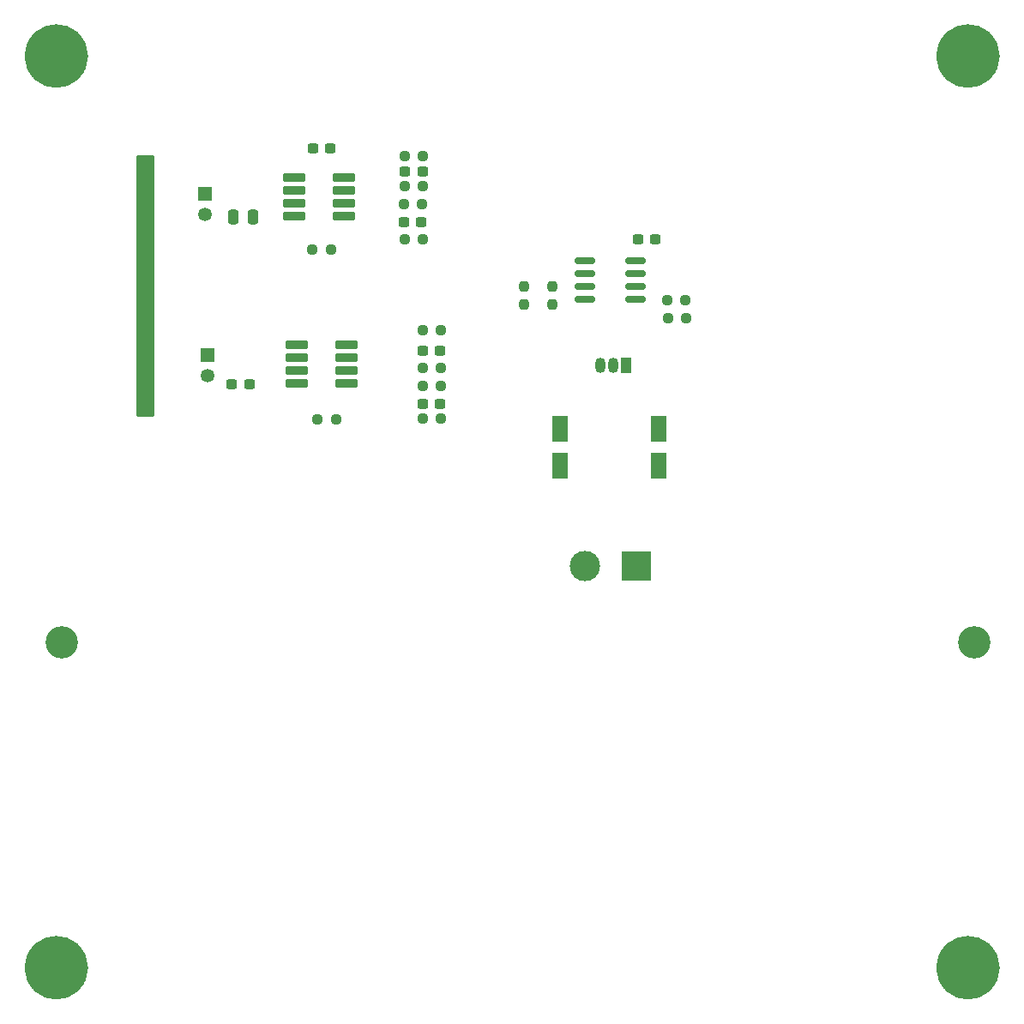
<source format=gbr>
%TF.GenerationSoftware,KiCad,Pcbnew,9.0.4*%
%TF.CreationDate,2025-09-08T12:57:20+12:00*%
%TF.ProjectId,doneIThink,646f6e65-4954-4686-996e-6b2e6b696361,rev?*%
%TF.SameCoordinates,Original*%
%TF.FileFunction,Soldermask,Top*%
%TF.FilePolarity,Negative*%
%FSLAX46Y46*%
G04 Gerber Fmt 4.6, Leading zero omitted, Abs format (unit mm)*
G04 Created by KiCad (PCBNEW 9.0.4) date 2025-09-08 12:57:20*
%MOMM*%
%LPD*%
G01*
G04 APERTURE LIST*
G04 Aperture macros list*
%AMRoundRect*
0 Rectangle with rounded corners*
0 $1 Rounding radius*
0 $2 $3 $4 $5 $6 $7 $8 $9 X,Y pos of 4 corners*
0 Add a 4 corners polygon primitive as box body*
4,1,4,$2,$3,$4,$5,$6,$7,$8,$9,$2,$3,0*
0 Add four circle primitives for the rounded corners*
1,1,$1+$1,$2,$3*
1,1,$1+$1,$4,$5*
1,1,$1+$1,$6,$7*
1,1,$1+$1,$8,$9*
0 Add four rect primitives between the rounded corners*
20,1,$1+$1,$2,$3,$4,$5,0*
20,1,$1+$1,$4,$5,$6,$7,0*
20,1,$1+$1,$6,$7,$8,$9,0*
20,1,$1+$1,$8,$9,$2,$3,0*%
G04 Aperture macros list end*
%ADD10C,3.150000*%
%ADD11RoundRect,0.237500X-0.250000X-0.237500X0.250000X-0.237500X0.250000X0.237500X-0.250000X0.237500X0*%
%ADD12RoundRect,0.237500X0.250000X0.237500X-0.250000X0.237500X-0.250000X-0.237500X0.250000X-0.237500X0*%
%ADD13RoundRect,0.237500X-0.300000X-0.237500X0.300000X-0.237500X0.300000X0.237500X-0.300000X0.237500X0*%
%ADD14C,3.200000*%
%ADD15R,1.350000X1.350000*%
%ADD16C,1.350000*%
%ADD17RoundRect,0.250000X-0.550000X1.050000X-0.550000X-1.050000X0.550000X-1.050000X0.550000X1.050000X0*%
%ADD18RoundRect,0.237500X0.300000X0.237500X-0.300000X0.237500X-0.300000X-0.237500X0.300000X-0.237500X0*%
%ADD19RoundRect,0.237500X-0.237500X0.250000X-0.237500X-0.250000X0.237500X-0.250000X0.237500X0.250000X0*%
%ADD20R,1.050000X1.500000*%
%ADD21O,1.050000X1.500000*%
%ADD22R,3.000000X3.000000*%
%ADD23C,3.000000*%
%ADD24RoundRect,0.100500X0.986500X0.301500X-0.986500X0.301500X-0.986500X-0.301500X0.986500X-0.301500X0*%
%ADD25RoundRect,0.250000X-0.250000X-0.475000X0.250000X-0.475000X0.250000X0.475000X-0.250000X0.475000X0*%
%ADD26RoundRect,0.237500X0.237500X-0.250000X0.237500X0.250000X-0.237500X0.250000X-0.237500X-0.250000X0*%
%ADD27RoundRect,0.150000X-0.825000X-0.150000X0.825000X-0.150000X0.825000X0.150000X-0.825000X0.150000X0*%
G04 APERTURE END LIST*
D10*
X257632960Y-136869986D02*
G75*
G02*
X254482960Y-136869986I-1575000J0D01*
G01*
X254482960Y-136869986D02*
G75*
G02*
X257632960Y-136869986I1575000J0D01*
G01*
X167632960Y-136869986D02*
G75*
G02*
X164482960Y-136869986I-1575000J0D01*
G01*
X164482960Y-136869986D02*
G75*
G02*
X167632960Y-136869986I1575000J0D01*
G01*
X257632960Y-46869986D02*
G75*
G02*
X254482960Y-46869986I-1575000J0D01*
G01*
X254482960Y-46869986D02*
G75*
G02*
X257632960Y-46869986I1575000J0D01*
G01*
X167632960Y-46869986D02*
G75*
G02*
X164482960Y-46869986I-1575000J0D01*
G01*
X164482960Y-46869986D02*
G75*
G02*
X167632960Y-46869986I1575000J0D01*
G01*
D11*
%TO.C,R8*%
X200425000Y-65000000D03*
X202250000Y-65000000D03*
%TD*%
%TO.C,R10*%
X191337500Y-66000000D03*
X193162500Y-66000000D03*
%TD*%
D12*
%TO.C,R7*%
X202250000Y-59750000D03*
X200425000Y-59750000D03*
%TD*%
D13*
%TO.C,C12*%
X200475000Y-58250000D03*
X202200000Y-58250000D03*
%TD*%
D14*
%TO.C,REF\u002A\u002A*%
X256157600Y-46900000D03*
%TD*%
D13*
%TO.C,C24*%
X223500000Y-65000000D03*
X225225000Y-65000000D03*
%TD*%
D15*
%TO.C,J3*%
X180970000Y-76385000D03*
D16*
X180970000Y-78385000D03*
%TD*%
D17*
%TO.C,C5*%
X225500000Y-83700000D03*
X225500000Y-87300000D03*
%TD*%
D18*
%TO.C,C13*%
X193112500Y-56000000D03*
X191387500Y-56000000D03*
%TD*%
D12*
%TO.C,R6*%
X202162500Y-61500000D03*
X200337500Y-61500000D03*
%TD*%
D19*
%TO.C,R12*%
X215000000Y-69587500D03*
X215000000Y-71412500D03*
%TD*%
D11*
%TO.C,R5*%
X191837500Y-82750000D03*
X193662500Y-82750000D03*
%TD*%
%TO.C,R4*%
X202200000Y-82685000D03*
X204025000Y-82685000D03*
%TD*%
D15*
%TO.C,J7*%
X180750000Y-60500000D03*
D16*
X180750000Y-62500000D03*
%TD*%
D13*
%TO.C,C8*%
X202250000Y-81185000D03*
X203975000Y-81185000D03*
%TD*%
D11*
%TO.C,R14*%
X226425000Y-72750000D03*
X228250000Y-72750000D03*
%TD*%
D18*
%TO.C,C11*%
X202112500Y-63250000D03*
X200387500Y-63250000D03*
%TD*%
D20*
%TO.C,U1*%
X222270000Y-77390000D03*
D21*
X221000000Y-77390000D03*
X219730000Y-77390000D03*
%TD*%
D12*
%TO.C,R13*%
X228162500Y-71000000D03*
X226337500Y-71000000D03*
%TD*%
D22*
%TO.C,J1*%
X223290000Y-97250000D03*
D23*
X218210000Y-97250000D03*
%TD*%
D24*
%TO.C,U3*%
X194720000Y-79155000D03*
X194720000Y-77885000D03*
X194720000Y-76615000D03*
X194720000Y-75345000D03*
X189780000Y-75345000D03*
X189780000Y-76615000D03*
X189780000Y-77885000D03*
X189780000Y-79155000D03*
%TD*%
D25*
%TO.C,C3*%
X183550000Y-62750000D03*
X185450000Y-62750000D03*
%TD*%
D14*
%TO.C,REF\u002A\u002A*%
X166057600Y-46870000D03*
%TD*%
D26*
%TO.C,R11*%
X212250000Y-71412500D03*
X212250000Y-69587500D03*
%TD*%
D12*
%TO.C,R2*%
X204025000Y-79435000D03*
X202200000Y-79435000D03*
%TD*%
D24*
%TO.C,U4*%
X194470000Y-62655000D03*
X194470000Y-61385000D03*
X194470000Y-60115000D03*
X194470000Y-58845000D03*
X189530000Y-58845000D03*
X189530000Y-60115000D03*
X189530000Y-61385000D03*
X189530000Y-62655000D03*
%TD*%
D17*
%TO.C,C1*%
X215750000Y-83700000D03*
X215750000Y-87300000D03*
%TD*%
D18*
%TO.C,C7*%
X203975000Y-75935000D03*
X202250000Y-75935000D03*
%TD*%
D14*
%TO.C,REF\u002A\u002A*%
X166567600Y-104730000D03*
%TD*%
D11*
%TO.C,R3*%
X202200000Y-73935000D03*
X204025000Y-73935000D03*
%TD*%
D13*
%TO.C,C9*%
X183387500Y-79250000D03*
X185112500Y-79250000D03*
%TD*%
D11*
%TO.C,R9*%
X200425000Y-56750000D03*
X202250000Y-56750000D03*
%TD*%
D27*
%TO.C,U6*%
X218275000Y-67095000D03*
X218275000Y-68365000D03*
X218275000Y-69635000D03*
X218275000Y-70905000D03*
X223225000Y-70905000D03*
X223225000Y-69635000D03*
X223225000Y-68365000D03*
X223225000Y-67095000D03*
%TD*%
D12*
%TO.C,R1*%
X204025000Y-77685000D03*
X202200000Y-77685000D03*
%TD*%
D14*
%TO.C,REF\u002A\u002A*%
X256667600Y-104760000D03*
%TD*%
G36*
X175680649Y-56719685D02*
G01*
X175726404Y-56772489D01*
X175737610Y-56823991D01*
X175739563Y-82325991D01*
X175719884Y-82393031D01*
X175667083Y-82438790D01*
X175615563Y-82450000D01*
X174081600Y-82450000D01*
X174014561Y-82430315D01*
X173968806Y-82377511D01*
X173957600Y-82326000D01*
X173957600Y-56824000D01*
X173977285Y-56756961D01*
X174030089Y-56711206D01*
X174081600Y-56700000D01*
X175613610Y-56700000D01*
X175680649Y-56719685D01*
G37*
M02*

</source>
